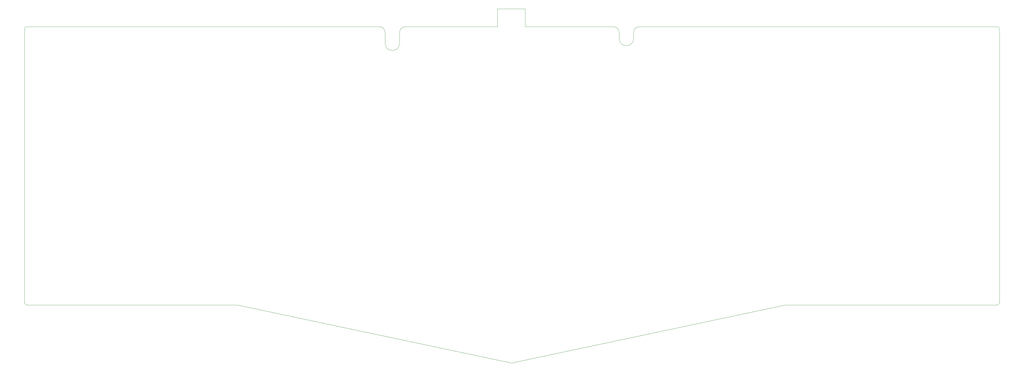
<source format=gbr>
G04 #@! TF.GenerationSoftware,KiCad,Pcbnew,5.1.9*
G04 #@! TF.CreationDate,2021-03-27T18:28:55-04:00*
G04 #@! TF.ProjectId,Cordillera,436f7264-696c-46c6-9572-612e6b696361,rev?*
G04 #@! TF.SameCoordinates,Original*
G04 #@! TF.FileFunction,Profile,NP*
%FSLAX46Y46*%
G04 Gerber Fmt 4.6, Leading zero omitted, Abs format (unit mm)*
G04 Created by KiCad (PCBNEW 5.1.9) date 2021-03-27 18:28:55*
%MOMM*%
%LPD*%
G01*
G04 APERTURE LIST*
G04 #@! TA.AperFunction,Profile*
%ADD10C,0.050000*%
G04 #@! TD*
G04 APERTURE END LIST*
D10*
X120739991Y7000000D02*
G75*
G02*
X122739991Y9000000I2000000J0D01*
G01*
X113739991Y9000000D02*
G75*
G02*
X115739991Y7000000I0J-2000000D01*
G01*
X-8000006Y9000000D02*
X113739991Y9000000D01*
X120739991Y3240000D02*
G75*
G02*
X115739991Y3240000I-2500000J0D01*
G01*
X120739991Y3240000D02*
X120739991Y7000000D01*
X115739991Y3240000D02*
X115739991Y7000000D01*
X201679991Y7000001D02*
G75*
G02*
X203679991Y9000001I2000000J0D01*
G01*
X194679991Y9000001D02*
G75*
G02*
X196679991Y7000001I0J-2000000D01*
G01*
X327240001Y9000001D02*
X203679991Y9000001D01*
X201679991Y4920000D02*
X201679991Y7000001D01*
X196679991Y4920000D02*
X196679991Y7000001D01*
X201679991Y4920000D02*
G75*
G02*
X196679991Y4920000I-2500000J0D01*
G01*
X154589991Y15170001D02*
X164149993Y15170002D01*
X164149992Y9000001D02*
X164149993Y15170002D01*
X154589992Y9000001D02*
X154589991Y15170001D01*
X194679991Y9000001D02*
X164149992Y9000001D01*
X327239993Y9000003D02*
G75*
G02*
X328239993Y7999999I-2J-1000002D01*
G01*
X328239993Y7999999D02*
X328239994Y-86339999D01*
X328239992Y-86339997D02*
G75*
G02*
X327239995Y-87340000I-1000000J-3D01*
G01*
X254049994Y-87340000D02*
X327239995Y-87340000D01*
X159369993Y-107460000D02*
X254049994Y-87340000D01*
X64689996Y-87340002D02*
X159369993Y-107460000D01*
X-8000007Y-87340000D02*
X64689996Y-87340002D01*
X-8000004Y-87340001D02*
G75*
G02*
X-9000003Y-86339998I2J1000001D01*
G01*
X-9000002Y8000001D02*
X-9000003Y-86339998D01*
X122739991Y9000000D02*
X154589992Y9000001D01*
X-9000003Y7999997D02*
G75*
G02*
X-8000006Y9000000I1000000J3D01*
G01*
M02*

</source>
